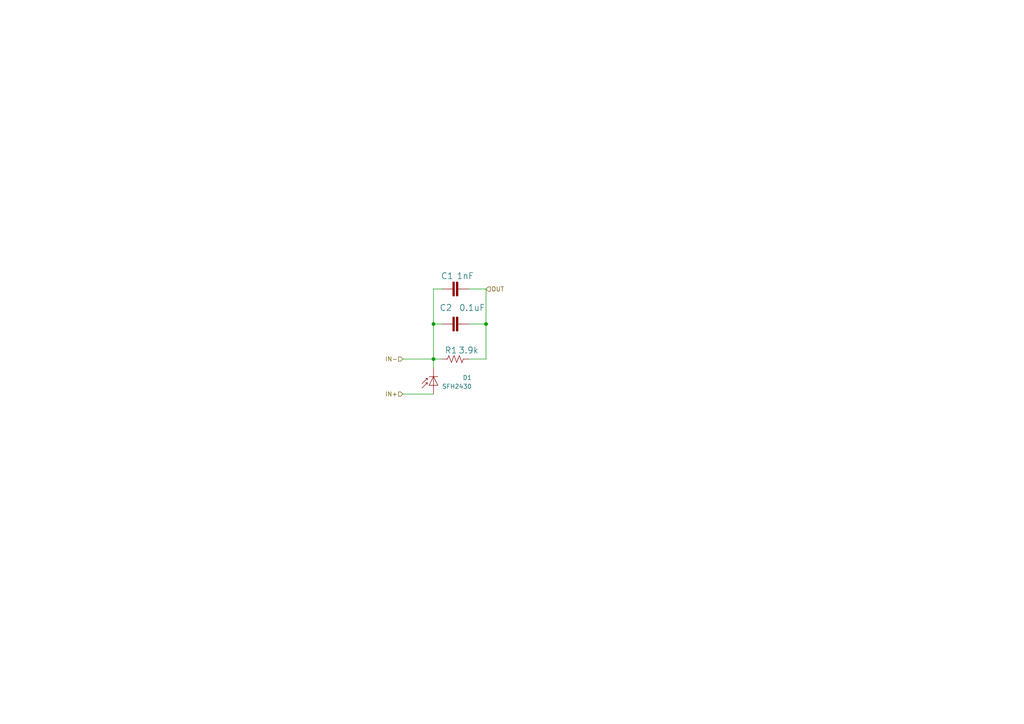
<source format=kicad_sch>
(kicad_sch (version 20231120) (generator "eeschema") (generator_version "8.0")
  (paper "A4")
  (lib_symbols
    (symbol "Device:R_US" (pin_numbers hide) (pin_names (offset 0))
      (property "Reference" "R" (at 2.54 0 90))
      (property "Value" "R_US" (at -2.54 0 90))
      (symbol "R_US_0_1"
        (polyline (pts (xy 0 -2.286) (xy 0 -2.54)))
        (polyline (pts (xy 0 2.286) (xy 0 2.54)))
        (polyline (pts (xy 0 -0.762) (xy 1.016 -1.143) (xy 0 -1.524) (xy -1.016 -1.905) (xy 0 -2.286)))
        (polyline (pts (xy 0 0.762) (xy 1.016 0.381) (xy 0 0) (xy -1.016 -0.381) (xy 0 -0.762)))
        (polyline (pts (xy 0 2.286) (xy 1.016 1.905) (xy 0 1.524) (xy -1.016 1.143) (xy 0 0.762)))
      )
      (symbol "R_US_1_1"
        (pin passive line (at 0 3.81 270) (length 1.27) (name "~") (number "1"))
        (pin passive line (at 0 -3.81 90) (length 1.27) (name "~") (number "2"))
      )
    )
    (symbol "Sensor_Optical:SFH2430" (pin_numbers hide) (pin_names (offset 1.016) hide)
      (property "Reference" "D" (at 0.508 1.778 0))
      (property "Value" "SFH2430" (at -1.016 -2.794 0))
      (symbol "SFH2430_0_1"
        (polyline (pts (xy -2.54 1.27) (xy -2.54 -1.27)) (stroke (width 0.1524)))
        (polyline (pts (xy -2.032 1.778) (xy -1.524 1.778)))
        (polyline (pts (xy 0 -1.27) (xy 0 1.27)))
        (polyline (pts (xy 0 0) (xy -2.54 0)))
        (polyline (pts (xy -0.508 3.302) (xy -2.032 1.778) (xy -2.032 2.286)))
        (polyline (pts (xy 0 1.27) (xy -2.54 0) (xy 0 -1.27)))
        (polyline (pts (xy 0.762 3.302) (xy -0.762 1.778) (xy -0.762 2.286) (xy -0.762 1.778) (xy -0.254 1.778)))
      )
      (symbol "SFH2430_1_1"
        (pin passive line (at -5.08 0 0) (length 2.54) (name "K") (number "1"))
        (pin passive line (at 2.54 0 180) (length 2.54) (name "A") (number "2"))
      )
    )
    (symbol "mainboard:22UF-1210-16V-20%" (pin_names (offset 1.016))
      (property "Reference" "C" (at 1.524 2.921 0))
      (property "Value" "22UF-1210-16V-20%" (at 1.524 -2.159 0))
      (symbol "22UF-1210-16V-20%_1_0"
        (rectangle (start -2.032 0.508) (end 2.032 1.016) (fill (type outline)))
        (rectangle (start -2.032 1.524) (end 2.032 2.032) (fill (type outline)))
        (polyline (pts (xy 0 0) (xy 0 0.508)))
        (polyline (pts (xy 0 2.54) (xy 0 2.032)))
        (pin passive line (at 0 5.08 270) (length 2.54) (name "1") (number "1"))
        (pin passive line (at 0 -2.54 90) (length 2.54) (name "2") (number "2"))
      )
    )
  )
  (junction (at 140.97 93.98))
  (junction (at 125.73 93.98))
  (junction (at 125.73 104.14))
  (wire (pts (xy 140.97 93.98) (xy 140.97 104.14)))
  (wire (pts (xy 125.73 83.82) (xy 128.27 83.82)))
  (wire (pts (xy 116.84 104.14) (xy 125.73 104.14)))
  (wire (pts (xy 135.89 93.98) (xy 140.97 93.98)))
  (wire (pts (xy 125.73 104.14) (xy 125.73 106.68)))
  (wire (pts (xy 116.84 114.3) (xy 125.73 114.3)))
  (wire (pts (xy 125.73 83.82) (xy 125.73 93.98)))
  (wire (pts (xy 125.73 93.98) (xy 128.27 93.98)))
  (wire (pts (xy 135.89 83.82) (xy 140.97 83.82)))
  (wire (pts (xy 125.73 93.98) (xy 125.73 104.14)))
  (wire (pts (xy 125.73 104.14) (xy 128.27 104.14)))
  (wire (pts (xy 140.97 83.82) (xy 140.97 93.98)))
  (wire (pts (xy 135.89 104.14) (xy 140.97 104.14)))
  (hierarchical_label "OUT" (shape input) (at 140.97 83.8454 0))
  (hierarchical_label "IN+" (shape input) (at 116.84 114.3 180))
  (hierarchical_label "IN-" (shape input) (at 116.84 104.14 180))
  (symbol (lib_id "Sensor_Optical:SFH2430") (at 125.73 111.76 90) (mirror x) (unit 1)
    (property "Reference" "D1" (at 136.8806 109.5502 90) (effects (justify left)))
    (property "Value" "SFH2430" (at 136.8806 112.0902 90) (effects (justify left)))
    (property "Footprint" "OptoDevice:Osram_SFH2430" (effects (hide yes)))
    (property "Datasheet" "https://dammedia.osram.info/media/resource/hires/osram-dam-5467144/SFH%202430_EN.pdf" (effects (hide yes)))
  )
  (symbol (lib_id "mainboard:22UF-1210-16V-20%") (at 133.35 93.98 90) (unit 1)
    (property "Reference" "C2" (at 131.2164 88.2396 90) (effects (font (size 1.778 1.778)) (justify left bottom)))
    (property "Value" "0.1uF" (at 140.7668 88.2396 90) (effects (font (size 1.778 1.778)) (justify left bottom)))
    (property "Footprint" "Capacitor_SMD:C_0603_1608Metric" (effects (hide yes)))
    (property "Description" "100uF 16V X5R 1210" (effects (hide yes)))
  )
  (symbol (lib_id "mainboard:22UF-1210-16V-20%") (at 133.35 83.82 90) (unit 1)
    (property "Reference" "C1" (at 131.5974 79.0194 90) (effects (font (size 1.778 1.778)) (justify left bottom)))
    (property "Value" "1nF" (at 137.5156 79.0194 90) (effects (font (size 1.778 1.778)) (justify left bottom)))
    (property "Footprint" "Capacitor_SMD:C_0603_1608Metric" (effects (hide yes)))
    (property "Description" "100uF 16V X5R 1210" (effects (hide yes)))
  )
  (symbol (lib_id "Device:R_US") (at 132.08 104.14 90) (unit 1)
    (property "Reference" "R1" (at 130.81 101.6 90) (effects (font (size 1.778 1.778))))
    (property "Value" "3.9k" (at 135.89 101.6 90) (effects (font (size 1.778 1.778))))
    (property "Footprint" "Resistor_SMD:R_0603_1608Metric" (effects (hide yes)))
  )
)
</source>
